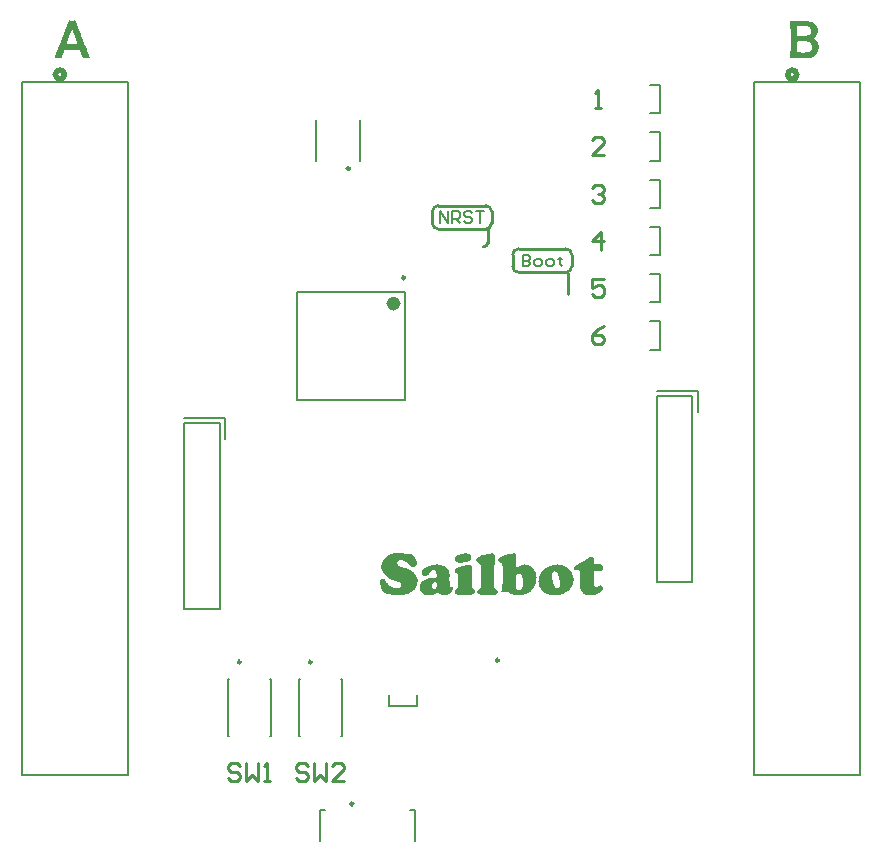
<source format=gbr>
%TF.GenerationSoftware,Altium Limited,Altium Designer,23.3.1 (30)*%
G04 Layer_Color=65535*
%FSLAX45Y45*%
%MOMM*%
%TF.SameCoordinates,5468FEB5-A0EC-45A8-B7CF-D9D5DC2F6AF5*%
%TF.FilePolarity,Positive*%
%TF.FileFunction,Legend,Top*%
%TF.Part,Single*%
G01*
G75*
%TA.AperFunction,NonConductor*%
%ADD40C,0.25400*%
%ADD41C,0.25000*%
%ADD42C,0.50800*%
%ADD43C,0.60000*%
%ADD44C,0.20000*%
%ADD45C,0.15240*%
%ADD46C,0.17500*%
%ADD47C,0.20400*%
G36*
X12674103Y10261919D02*
X12759256D01*
X12762495Y10261456D01*
X12766197D01*
X12770825Y10260993D01*
X12775916Y10260531D01*
X12781469Y10259605D01*
X12793502Y10257754D01*
X12805997Y10254514D01*
X12818030Y10250349D01*
X12829137Y10244333D01*
X12829599Y10243870D01*
X12830525Y10243408D01*
X12832376Y10242019D01*
X12834689Y10240168D01*
X12837004Y10237854D01*
X12839781Y10235077D01*
X12843021Y10231838D01*
X12846260Y10228135D01*
X12849500Y10223970D01*
X12852739Y10218880D01*
X12855516Y10213789D01*
X12857829Y10207773D01*
X12860143Y10201294D01*
X12861995Y10194352D01*
X12862920Y10186485D01*
X12863383Y10178617D01*
Y10178154D01*
Y10175840D01*
X12862920Y10173064D01*
X12862457Y10168899D01*
X12861069Y10164271D01*
X12859682Y10158717D01*
X12857367Y10152701D01*
X12854128Y10146685D01*
X12853664Y10145759D01*
X12852739Y10143908D01*
X12850888Y10141131D01*
X12848111Y10137429D01*
X12844872Y10133264D01*
X12841632Y10129099D01*
X12837466Y10125397D01*
X12832838Y10121694D01*
X12832376D01*
X12831914Y10121231D01*
X12829599Y10119380D01*
X12827284Y10117529D01*
X12826823Y10116604D01*
X12826360Y10116141D01*
Y10115678D01*
X12827284Y10115215D01*
X12829137Y10113827D01*
X12830525Y10112439D01*
X12832838Y10111513D01*
X12833765Y10111050D01*
X12835616Y10109662D01*
X12838855Y10107348D01*
X12842558Y10104571D01*
X12846722Y10100406D01*
X12851350Y10095778D01*
X12855516Y10090225D01*
X12859682Y10083746D01*
X12860143Y10082820D01*
X12861533Y10080506D01*
X12862920Y10076804D01*
X12865234Y10072176D01*
X12867085Y10066622D01*
X12868474Y10060143D01*
X12869862Y10053664D01*
X12870325Y10046260D01*
Y10045797D01*
Y10044409D01*
Y10042558D01*
X12869862Y10039781D01*
X12869398Y10036541D01*
X12868936Y10032376D01*
X12868474Y10028211D01*
X12867548Y10023583D01*
X12864771Y10012939D01*
X12860606Y10001832D01*
X12857829Y9996279D01*
X12854590Y9990262D01*
X12850888Y9985172D01*
X12846722Y9979618D01*
X12846260Y9979156D01*
X12845798Y9978230D01*
X12844409Y9976842D01*
X12842094Y9974990D01*
X12839781Y9972677D01*
X12837004Y9970363D01*
X12833765Y9967586D01*
X12829599Y9964809D01*
X12820805Y9959256D01*
X12809700Y9954628D01*
X12803683Y9952777D01*
X12797667Y9951388D01*
X12790725Y9950463D01*
X12783783Y9950000D01*
X12759718D01*
X12750925Y9950463D01*
X12736116D01*
X12731026Y9950925D01*
X12718068D01*
X12710663Y9951388D01*
X12685672D01*
X12680119Y9950925D01*
X12673640D01*
X12666235Y9950463D01*
X12654666D01*
X12649575Y9950000D01*
X12634303D01*
X12632452Y9950463D01*
X12630601Y9952314D01*
X12630138Y9953239D01*
X12629675Y9955091D01*
Y9955553D01*
Y9956016D01*
Y9957867D01*
Y9959718D01*
Y9962032D01*
Y9965272D01*
Y9968974D01*
X12630138Y9973139D01*
Y9978230D01*
Y9983321D01*
X12630601Y9989337D01*
Y9996279D01*
X12631063Y10003221D01*
Y10011088D01*
X12631526Y10019418D01*
X12631989Y10028211D01*
Y10028674D01*
Y10030525D01*
Y10032839D01*
X12632452Y10036541D01*
Y10040244D01*
X12632915Y10045334D01*
Y10050425D01*
X12633377Y10055978D01*
Y10068011D01*
X12633840Y10080506D01*
X12634303Y10092076D01*
Y10097629D01*
Y10102257D01*
Y10102720D01*
Y10103646D01*
Y10105034D01*
Y10106885D01*
Y10109662D01*
Y10112901D01*
Y10117066D01*
X12633840Y10121694D01*
Y10126785D01*
Y10132338D01*
X12633377Y10138817D01*
Y10145759D01*
X12632915Y10153164D01*
Y10161494D01*
X12632452Y10170287D01*
X12631989Y10179543D01*
Y10180006D01*
Y10181857D01*
Y10184633D01*
X12631526Y10187873D01*
Y10192501D01*
X12631063Y10197129D01*
Y10202682D01*
Y10208698D01*
X12630601Y10221194D01*
X12630138Y10234152D01*
X12629675Y10246647D01*
Y10252200D01*
Y10257291D01*
Y10257754D01*
Y10258217D01*
X12630601Y10260068D01*
X12631989Y10261456D01*
X12633377Y10262382D01*
X12668549D01*
X12674103Y10261919D01*
D02*
G37*
G36*
X6576842Y10267010D02*
X6577767Y10266084D01*
X6578693Y10264696D01*
X6579619Y10262845D01*
X6581007Y10260068D01*
X6581470Y10259142D01*
X6581932Y10258217D01*
X6582395Y10256366D01*
X6583784Y10253589D01*
X6585172Y10249887D01*
X6587023Y10244796D01*
X6589337Y10238317D01*
X6592114Y10230912D01*
X6595816Y10221656D01*
X6597667Y10216566D01*
X6599981Y10210550D01*
X6602295Y10204533D01*
X6605072Y10197591D01*
X6607386Y10190650D01*
X6610625Y10182782D01*
X6613402Y10174915D01*
X6617104Y10166122D01*
X6620344Y10156403D01*
X6624046Y10146685D01*
X6628211Y10136041D01*
X6632376Y10124934D01*
Y10124471D01*
X6633302Y10123083D01*
X6634228Y10120769D01*
X6635153Y10117529D01*
X6636541Y10113827D01*
X6638393Y10109199D01*
X6640244Y10103646D01*
X6642558Y10098092D01*
X6644872Y10091613D01*
X6647648Y10085134D01*
X6653202Y10070325D01*
X6659218Y10055053D01*
X6665234Y10038855D01*
X6671251Y10022658D01*
X6677267Y10006923D01*
X6682820Y9992576D01*
X6685597Y9985635D01*
X6687911Y9979156D01*
X6690225Y9973602D01*
X6692076Y9968049D01*
X6693927Y9963421D01*
X6695316Y9959256D01*
X6696704Y9956016D01*
X6697167Y9953702D01*
X6698092Y9951851D01*
Y9951388D01*
X6697629Y9950925D01*
X6695778Y9950463D01*
X6694390Y9950000D01*
X6677267D01*
X6675416Y9950463D01*
X6660606D01*
X6655053Y9950000D01*
X6642095D01*
X6641632Y9950463D01*
X6639781Y9951851D01*
X6637930Y9954165D01*
X6637004Y9956016D01*
X6635616Y9958330D01*
X6634228Y9960644D01*
X6632839Y9963884D01*
X6631451Y9968049D01*
X6630062Y9972214D01*
X6628211Y9977304D01*
X6626360Y9983321D01*
Y9983783D01*
X6625897Y9984709D01*
X6625435Y9986560D01*
X6624972Y9988411D01*
X6623121Y9993965D01*
X6620344Y10000444D01*
X6617567Y10006460D01*
X6614328Y10012014D01*
X6612939Y10014327D01*
X6611088Y10016179D01*
X6609237Y10017567D01*
X6607386Y10018030D01*
X6488449D01*
X6487524Y10017567D01*
X6485673Y10016179D01*
X6483821Y10013402D01*
X6482433Y10011551D01*
X6481045Y10009237D01*
X6479656Y10006460D01*
X6477805Y10003221D01*
X6476417Y9999055D01*
X6474566Y9994428D01*
X6472715Y9989337D01*
X6470863Y9983321D01*
Y9982858D01*
X6470401Y9981932D01*
X6469938Y9980081D01*
X6469475Y9978230D01*
X6467624Y9972677D01*
X6465310Y9966660D01*
X6462996Y9960644D01*
X6460682Y9955091D01*
X6459294Y9953239D01*
X6458368Y9951388D01*
X6456980Y9950463D01*
X6456054Y9950000D01*
X6405610D01*
X6404222Y9950463D01*
X6402371Y9951388D01*
X6401908Y9953239D01*
Y9953702D01*
X6402371Y9955553D01*
Y9956942D01*
X6403296Y9958793D01*
X6403759Y9961107D01*
X6404685Y9963884D01*
X6460219Y10112439D01*
Y10112901D01*
X6460682Y10113364D01*
X6461145Y10114752D01*
X6462070Y10116604D01*
X6462996Y10119380D01*
X6464384Y10122620D01*
X6466235Y10126785D01*
X6468087Y10132338D01*
X6470863Y10138355D01*
X6473640Y10145759D01*
X6477342Y10154089D01*
X6481045Y10163808D01*
X6485673Y10174915D01*
X6490763Y10187410D01*
X6496317Y10201294D01*
X6502796Y10216566D01*
X6503259Y10217029D01*
X6504184Y10219343D01*
X6505572Y10222582D01*
X6507424Y10227210D01*
X6509738Y10233226D01*
X6512977Y10240631D01*
X6516679Y10248961D01*
X6520382Y10259142D01*
Y10259605D01*
X6520844Y10260531D01*
X6521770Y10263307D01*
X6523621Y10266084D01*
X6525010Y10267010D01*
X6525935Y10267472D01*
X6529175D01*
X6532877Y10267010D01*
X6538430Y10266547D01*
X6539819D01*
X6541207Y10266084D01*
X6543058D01*
X6547223Y10265621D01*
X6554165D01*
X6557868Y10266084D01*
X6563421Y10266547D01*
X6563884D01*
X6564809Y10267010D01*
X6566198D01*
X6568049Y10267472D01*
X6572214Y10267935D01*
X6575916D01*
X6576842Y10267010D01*
D02*
G37*
G36*
X9890022Y5754408D02*
X9895021Y5753852D01*
X9900576Y5752741D01*
X9906131Y5751630D01*
X9912242Y5749408D01*
X9917241Y5746631D01*
X9917797Y5746075D01*
X9919463Y5744964D01*
X9921685Y5743298D01*
X9923907Y5740520D01*
X9926129Y5737743D01*
X9928351Y5733854D01*
X9930018Y5729410D01*
X9930573Y5724411D01*
Y5723300D01*
X9930018Y5721078D01*
X9929462Y5717745D01*
X9928351Y5713301D01*
X9925574Y5708302D01*
X9922241Y5703302D01*
X9917241Y5697747D01*
X9910575Y5693303D01*
X9910020D01*
X9908909Y5692748D01*
X9907242Y5691637D01*
X9905020Y5690526D01*
X9902243Y5688859D01*
X9898354Y5687748D01*
X9894466Y5686082D01*
X9889466Y5684415D01*
X9878356Y5680527D01*
X9865580Y5677749D01*
X9851137Y5675527D01*
X9835028Y5674972D01*
X9832250D01*
X9828917Y5675527D01*
X9824473Y5676083D01*
X9815030Y5678305D01*
X9810030Y5679971D01*
X9805586Y5682193D01*
X9805031Y5682749D01*
X9803364Y5683860D01*
X9800587Y5686082D01*
X9798365Y5688859D01*
X9795587Y5692748D01*
X9792810Y5697192D01*
X9791143Y5702191D01*
X9790588Y5707746D01*
Y5708857D01*
X9791143Y5711634D01*
X9792254Y5715523D01*
X9794476Y5720522D01*
X9798365Y5726077D01*
X9801142Y5728855D01*
X9803920Y5731632D01*
X9807808Y5734410D01*
X9811697Y5737187D01*
X9816696Y5739965D01*
X9822251Y5742187D01*
X9822807D01*
X9823918Y5742742D01*
X9825584Y5743298D01*
X9827806Y5744409D01*
X9833917Y5746075D01*
X9841694Y5748853D01*
X9851137Y5751075D01*
X9861136Y5752741D01*
X9871690Y5754408D01*
X9882245Y5754963D01*
X9886133D01*
X9890022Y5754408D01*
D02*
G37*
G36*
X9318970Y5761629D02*
X9322303D01*
X9330080Y5760518D01*
X9340079Y5758852D01*
X9351744Y5756630D01*
X9365632Y5753852D01*
X9380630Y5749408D01*
X9381741D01*
X9383408Y5748853D01*
X9386185Y5748297D01*
X9388963Y5747742D01*
X9390629D01*
X9391740Y5748297D01*
X9393407Y5748853D01*
X9396184Y5749408D01*
X9399517Y5750519D01*
X9403961Y5752186D01*
X9404517Y5752741D01*
X9406739Y5753297D01*
X9409516Y5753852D01*
X9413405D01*
X9415627Y5753297D01*
X9419515Y5752186D01*
X9423959Y5750519D01*
X9429514Y5747186D01*
X9435625Y5742187D01*
X9438402Y5739409D01*
X9441735Y5735521D01*
X9445623Y5731632D01*
X9448956Y5726633D01*
Y5726077D01*
X9449512Y5725522D01*
X9451734Y5722189D01*
X9455067Y5716634D01*
X9458400Y5709968D01*
X9461733Y5702191D01*
X9465066Y5693859D01*
X9467288Y5684415D01*
X9467843Y5674972D01*
Y5674416D01*
Y5672750D01*
X9467288Y5669972D01*
X9466732Y5666639D01*
X9465621Y5663306D01*
X9463955Y5658862D01*
X9461733Y5654974D01*
X9458955Y5651085D01*
X9458400Y5650530D01*
X9457289Y5649419D01*
X9455622Y5647752D01*
X9453400Y5646086D01*
X9450067Y5644419D01*
X9446734Y5642753D01*
X9442846Y5641642D01*
X9438402Y5641086D01*
X9435069D01*
X9432847Y5641642D01*
X9427292Y5642753D01*
X9421737Y5644975D01*
X9421182D01*
X9420626Y5646086D01*
X9418404Y5647197D01*
X9416182Y5649974D01*
X9412294Y5652752D01*
X9407294Y5657196D01*
X9401184Y5662751D01*
X9393962Y5669417D01*
X9393407Y5669972D01*
X9392851Y5670528D01*
X9391185Y5672194D01*
X9388963Y5673861D01*
X9382852Y5678305D01*
X9375075Y5683860D01*
X9365632Y5689415D01*
X9355633Y5693859D01*
X9344523Y5697192D01*
X9338968Y5697747D01*
X9333413Y5698303D01*
X9331191D01*
X9328413Y5697747D01*
X9325636Y5697192D01*
X9317859Y5695525D01*
X9313970Y5693303D01*
X9310637Y5691081D01*
X9310082Y5690526D01*
X9309526Y5689970D01*
X9307860Y5688304D01*
X9306749Y5686637D01*
X9303416Y5680527D01*
X9302860Y5677194D01*
X9302305Y5673305D01*
Y5672194D01*
X9302860Y5669417D01*
X9304527Y5665528D01*
X9307304Y5660529D01*
X9308971Y5658307D01*
X9311748Y5655529D01*
X9315081Y5652196D01*
X9318970Y5649419D01*
X9323414Y5646641D01*
X9328413Y5644419D01*
X9334524Y5641642D01*
X9341190Y5639420D01*
X9341745D01*
X9343412Y5638864D01*
X9346189Y5637753D01*
X9349522Y5636642D01*
X9353966Y5635531D01*
X9358966Y5634420D01*
X9369520Y5631087D01*
X9381186Y5627199D01*
X9392296Y5623310D01*
X9397295Y5621644D01*
X9401739Y5619977D01*
X9405628Y5618311D01*
X9408961Y5617200D01*
X9409516Y5616644D01*
X9411738Y5615533D01*
X9415071Y5613867D01*
X9418960Y5611089D01*
X9423959Y5607756D01*
X9429514Y5603868D01*
X9435625Y5598868D01*
X9441735Y5593313D01*
X9447290Y5587203D01*
X9453400Y5580537D01*
X9458955Y5572760D01*
X9463955Y5564428D01*
X9467843Y5554984D01*
X9471176Y5545541D01*
X9473398Y5534986D01*
X9473954Y5523876D01*
Y5523321D01*
Y5521654D01*
Y5518877D01*
X9473398Y5514988D01*
X9472843Y5509989D01*
X9471732Y5504989D01*
X9470065Y5498879D01*
X9468399Y5492213D01*
X9466177Y5485547D01*
X9463399Y5478325D01*
X9459511Y5471104D01*
X9455067Y5463327D01*
X9450067Y5456105D01*
X9443957Y5448884D01*
X9437291Y5441662D01*
X9429514Y5434996D01*
X9428959Y5434441D01*
X9427292Y5433330D01*
X9425070Y5431664D01*
X9421182Y5429442D01*
X9416738Y5426664D01*
X9411183Y5423887D01*
X9405072Y5420554D01*
X9397851Y5417776D01*
X9389518Y5414443D01*
X9380630Y5411110D01*
X9370631Y5408333D01*
X9360077Y5405555D01*
X9348967Y5403333D01*
X9336746Y5401667D01*
X9323969Y5400556D01*
X9310637Y5400000D01*
X9301749D01*
X9298417Y5400556D01*
X9289529Y5401111D01*
X9279530Y5401667D01*
X9267864Y5403333D01*
X9255088Y5405000D01*
X9241756Y5407222D01*
X9241200D01*
X9240089Y5407777D01*
X9238423D01*
X9235645Y5408888D01*
X9229535Y5409999D01*
X9221758Y5412221D01*
X9213425Y5414999D01*
X9204537Y5418332D01*
X9196205Y5421665D01*
X9189539Y5425553D01*
X9188983Y5426109D01*
X9187317Y5427220D01*
X9185095Y5429442D01*
X9182317Y5433330D01*
X9178984Y5437774D01*
X9175096Y5443884D01*
X9171207Y5451661D01*
X9167319Y5461105D01*
Y5461660D01*
X9166763Y5462216D01*
X9166208Y5463882D01*
X9165652Y5466104D01*
X9163986Y5471104D01*
X9162319Y5478325D01*
X9160653Y5486658D01*
X9158987Y5495546D01*
X9157876Y5504989D01*
X9157320Y5514988D01*
Y5515544D01*
Y5517210D01*
X9157876Y5519432D01*
Y5522210D01*
X9159542Y5528320D01*
X9162875Y5533875D01*
X9163430Y5534431D01*
X9163986Y5534986D01*
X9167319Y5537764D01*
X9172318Y5540541D01*
X9175651Y5541097D01*
X9178984Y5541652D01*
X9180651D01*
X9182317Y5541097D01*
X9185095Y5540541D01*
X9187872Y5539430D01*
X9190650Y5537208D01*
X9193983Y5534986D01*
X9197316Y5531653D01*
X9197871Y5531098D01*
X9198427Y5530542D01*
X9200093Y5528320D01*
X9202871Y5524987D01*
X9206204Y5520543D01*
X9210648Y5513877D01*
X9216203Y5506100D01*
X9219536Y5501101D01*
X9222869Y5495546D01*
X9223424Y5494990D01*
X9224535Y5493324D01*
X9226757Y5490546D01*
X9230090Y5487213D01*
X9234534Y5483880D01*
X9239534Y5479992D01*
X9245644Y5476103D01*
X9252866Y5472215D01*
X9253977Y5471659D01*
X9256199Y5470548D01*
X9260643Y5469437D01*
X9265642Y5467771D01*
X9272308Y5465549D01*
X9279530Y5464438D01*
X9287307Y5463327D01*
X9295084Y5462771D01*
X9298417D01*
X9301749Y5463327D01*
X9306193Y5463882D01*
X9316192Y5465549D01*
X9321192Y5467215D01*
X9325636Y5469437D01*
X9326191Y5469993D01*
X9327302Y5470548D01*
X9329524Y5472215D01*
X9331746Y5474437D01*
X9333968Y5477214D01*
X9336190Y5479992D01*
X9337301Y5483880D01*
X9337857Y5487769D01*
Y5488324D01*
Y5489435D01*
X9337301Y5491102D01*
X9336746Y5493879D01*
X9335635Y5496657D01*
X9333968Y5499434D01*
X9331746Y5502212D01*
X9328413Y5504989D01*
X9327858Y5505545D01*
X9326747Y5506100D01*
X9324525Y5507767D01*
X9321192Y5509433D01*
X9317303Y5511655D01*
X9312304Y5513877D01*
X9305638Y5516655D01*
X9298417Y5518877D01*
X9297861D01*
X9296750Y5519432D01*
X9295084Y5519988D01*
X9292306Y5521099D01*
X9285640Y5523321D01*
X9277863Y5526098D01*
X9268420Y5529431D01*
X9259532Y5532764D01*
X9250088Y5536653D01*
X9242311Y5539986D01*
X9241756Y5540541D01*
X9238978Y5541652D01*
X9235645Y5543874D01*
X9230646Y5546652D01*
X9225646Y5550540D01*
X9219536Y5554429D01*
X9207315Y5564428D01*
X9206759Y5564983D01*
X9205648Y5566094D01*
X9203426Y5567761D01*
X9201204Y5570538D01*
X9197871Y5573871D01*
X9194538Y5578315D01*
X9190650Y5582759D01*
X9187317Y5587758D01*
X9179540Y5599979D01*
X9172874Y5613867D01*
X9170652Y5621088D01*
X9168430Y5628865D01*
X9167319Y5637198D01*
X9166763Y5645530D01*
Y5646641D01*
Y5649419D01*
X9167319Y5653863D01*
X9167874Y5659418D01*
X9169541Y5666084D01*
X9171207Y5673861D01*
X9173985Y5681638D01*
X9177318Y5689415D01*
X9177873Y5690526D01*
X9179540Y5692748D01*
X9181762Y5697192D01*
X9185095Y5702191D01*
X9188983Y5707746D01*
X9193983Y5713856D01*
X9200093Y5719967D01*
X9206759Y5726077D01*
X9207315Y5726633D01*
X9208981Y5727744D01*
X9211203Y5729410D01*
X9214536Y5731632D01*
X9218425Y5734410D01*
X9223424Y5737743D01*
X9229535Y5740520D01*
X9236201Y5744409D01*
X9243422Y5747742D01*
X9251199Y5750519D01*
X9260087Y5753852D01*
X9268975Y5756630D01*
X9278974Y5758852D01*
X9289529Y5760518D01*
X9300083Y5761629D01*
X9311748Y5762185D01*
X9316748D01*
X9318970Y5761629D01*
D02*
G37*
G36*
X10112777Y5754963D02*
X10115554Y5754408D01*
X10119443Y5752186D01*
X10123331Y5749408D01*
X10126109Y5744964D01*
X10128331Y5738854D01*
X10129442Y5734965D01*
Y5730521D01*
Y5729966D01*
Y5728855D01*
Y5726077D01*
Y5722744D01*
X10128886Y5717745D01*
X10128331Y5711079D01*
X10127775Y5702747D01*
X10127220Y5692748D01*
Y5692192D01*
Y5690526D01*
X10126664Y5688304D01*
Y5684971D01*
Y5681082D01*
X10126109Y5676083D01*
Y5671083D01*
X10125553Y5664973D01*
X10124998Y5652196D01*
X10124442Y5638309D01*
X10123887Y5623310D01*
X10123331Y5608867D01*
Y5527209D01*
Y5526654D01*
Y5524987D01*
Y5522210D01*
Y5518321D01*
Y5514433D01*
Y5509433D01*
Y5498879D01*
X10123887Y5487769D01*
Y5477214D01*
X10124442Y5472770D01*
Y5468882D01*
X10124998Y5465549D01*
Y5463327D01*
Y5462771D01*
X10125553Y5461660D01*
X10127220Y5458327D01*
X10128886Y5456105D01*
X10131108Y5453883D01*
X10133885Y5451661D01*
X10137218Y5449995D01*
X10137774D01*
X10138885Y5449439D01*
X10142218Y5447217D01*
X10146662Y5444440D01*
X10148328Y5443329D01*
X10149995Y5441662D01*
X10150550Y5441107D01*
X10151661Y5439440D01*
X10152772Y5436107D01*
X10153328Y5432219D01*
Y5431664D01*
Y5430553D01*
X10152772Y5428886D01*
Y5426664D01*
X10150550Y5421665D01*
X10149439Y5418887D01*
X10147217Y5416110D01*
X10146106Y5414999D01*
X10142773Y5412221D01*
X10137774Y5409444D01*
X10131108Y5406666D01*
X10129997D01*
X10127775Y5406111D01*
X10122776Y5405000D01*
X10116665Y5404444D01*
X10107777Y5403333D01*
X10097223Y5402222D01*
X10091112D01*
X10084446Y5401667D01*
X10057227D01*
X10052783Y5402222D01*
X10042228Y5402778D01*
X10030563Y5403333D01*
X10019453Y5405000D01*
X10008898Y5406666D01*
X10003899Y5407777D01*
X10000010Y5408888D01*
X9999455D01*
X9998344Y5409444D01*
X9996677Y5410555D01*
X9994455Y5411666D01*
X9989456Y5414443D01*
X9984457Y5418887D01*
Y5419443D01*
X9983346Y5419998D01*
X9981679Y5423331D01*
X9980013Y5428331D01*
X9978902Y5433885D01*
Y5434441D01*
Y5434996D01*
X9979457Y5437218D01*
X9980568Y5440551D01*
X9982235Y5443329D01*
X9982790Y5443884D01*
X9985012Y5445551D01*
X9987234Y5446662D01*
X9989456Y5447773D01*
X9992789Y5449439D01*
X9996122Y5451106D01*
X9996677D01*
X9997788Y5452217D01*
X9999455Y5453328D01*
X10001677Y5455550D01*
X10003343Y5458883D01*
X10005565Y5463327D01*
X10007232Y5468326D01*
X10008343Y5474992D01*
Y5475548D01*
Y5476659D01*
X10008898Y5478325D01*
Y5481103D01*
X10009454Y5484436D01*
Y5488880D01*
X10010009Y5493879D01*
X10010565Y5499434D01*
Y5505545D01*
X10011120Y5512766D01*
Y5520543D01*
X10011676Y5528876D01*
Y5537764D01*
X10012231Y5547763D01*
Y5558317D01*
Y5569427D01*
Y5569983D01*
Y5572205D01*
Y5575537D01*
Y5579426D01*
Y5584425D01*
Y5589980D01*
X10011676Y5602757D01*
Y5616089D01*
X10011120Y5629421D01*
X10010565Y5635531D01*
X10010009Y5641086D01*
X10009454Y5645530D01*
X10008898Y5649419D01*
Y5649974D01*
X10008343Y5652196D01*
X10007232Y5655529D01*
X10005565Y5659418D01*
X10003343Y5663862D01*
X10000010Y5668306D01*
X9996122Y5672750D01*
X9991123Y5676083D01*
X9990567Y5676638D01*
X9989456Y5677194D01*
X9987790Y5678305D01*
X9985568Y5679971D01*
X9980568Y5683860D01*
X9977791Y5685526D01*
X9976124Y5687748D01*
X9975569Y5688859D01*
X9974458Y5691637D01*
X9972791Y5695525D01*
X9972236Y5701080D01*
Y5701636D01*
Y5703302D01*
X9972791Y5705524D01*
X9973902Y5708857D01*
X9975013Y5712190D01*
X9977235Y5715523D01*
X9980013Y5719411D01*
X9983901Y5722744D01*
X9984457Y5723300D01*
X9986123Y5724411D01*
X9989456Y5726077D01*
X9993345Y5728299D01*
X9998899Y5731077D01*
X10005565Y5734410D01*
X10013342Y5737187D01*
X10022786Y5740520D01*
X10023897D01*
X10026119Y5741631D01*
X10030007Y5742187D01*
X10035007Y5743853D01*
X10041673Y5744964D01*
X10049450Y5746631D01*
X10058338Y5748853D01*
X10068337Y5750519D01*
X10069448D01*
X10072781Y5751075D01*
X10077780Y5752186D01*
X10083891Y5753297D01*
X10091112Y5753852D01*
X10097778Y5754963D01*
X10103889Y5755519D01*
X10110555D01*
X10112777Y5754963D01*
D02*
G37*
G36*
X9922796Y5658307D02*
X9925574Y5657196D01*
X9928351Y5654974D01*
X9930573Y5652196D01*
X9932240Y5648308D01*
X9932795Y5643308D01*
Y5494990D01*
Y5494435D01*
Y5492213D01*
Y5488880D01*
X9933351Y5484991D01*
X9933906Y5476659D01*
X9934462Y5472215D01*
X9935573Y5468882D01*
Y5468326D01*
X9936128Y5467771D01*
X9938350Y5463882D01*
X9942794Y5458883D01*
X9945572Y5456661D01*
X9948905Y5453883D01*
X9949460D01*
X9950016Y5452772D01*
X9953349Y5450550D01*
X9956682Y5447773D01*
X9959459Y5444440D01*
X9960015Y5443884D01*
X9961126Y5441662D01*
X9961681Y5438329D01*
X9962237Y5434441D01*
Y5433885D01*
Y5432775D01*
X9961681Y5431664D01*
X9961126Y5429442D01*
X9959459Y5426664D01*
X9957793Y5423887D01*
X9955015Y5421109D01*
X9951682Y5418332D01*
X9947238Y5414999D01*
X9941683Y5412221D01*
X9935017Y5409444D01*
X9926685Y5406666D01*
X9917241Y5404444D01*
X9906131Y5403333D01*
X9893355Y5402222D01*
X9878356Y5401667D01*
X9867246D01*
X9862802Y5402222D01*
X9852804Y5402778D01*
X9841138Y5403333D01*
X9829473Y5404444D01*
X9817807Y5406111D01*
X9807253Y5408333D01*
X9806697D01*
X9805586Y5408888D01*
X9802253Y5410555D01*
X9797254Y5413332D01*
X9792810Y5417221D01*
Y5417776D01*
X9791699Y5418332D01*
X9790032Y5421665D01*
X9788366Y5426109D01*
X9787255Y5432219D01*
Y5432775D01*
Y5433330D01*
X9787810Y5436107D01*
X9788366Y5439440D01*
X9790032Y5442773D01*
X9790588Y5443329D01*
X9792810Y5445551D01*
X9795032Y5447217D01*
X9797254Y5449439D01*
X9800587Y5452217D01*
X9804475Y5454994D01*
X9805031Y5455550D01*
X9805586Y5456105D01*
X9807253Y5457216D01*
X9808919Y5459438D01*
X9810586Y5462216D01*
X9812252Y5465549D01*
X9813919Y5469437D01*
X9815585Y5473881D01*
Y5474437D01*
X9816141Y5476659D01*
X9816696Y5479436D01*
X9817252Y5483880D01*
X9817807Y5489435D01*
X9818363Y5496657D01*
X9818918Y5504434D01*
Y5513877D01*
Y5514433D01*
Y5515544D01*
Y5517766D01*
Y5521099D01*
Y5524987D01*
X9818363Y5530542D01*
Y5537208D01*
X9817807Y5544985D01*
Y5546096D01*
Y5548874D01*
X9817252Y5552762D01*
Y5557206D01*
X9816696Y5561650D01*
Y5566094D01*
X9816141Y5569983D01*
Y5572205D01*
Y5572760D01*
X9815585Y5573871D01*
X9815030Y5576093D01*
X9813919Y5578315D01*
X9811697Y5580537D01*
X9809475Y5583314D01*
X9806142Y5586092D01*
X9801698Y5588314D01*
X9801142Y5588869D01*
X9799476Y5589425D01*
X9796698Y5591091D01*
X9793921Y5593313D01*
X9791143Y5596091D01*
X9788366Y5599979D01*
X9786699Y5603868D01*
X9786144Y5608867D01*
Y5609423D01*
X9786699Y5611645D01*
X9787255Y5614422D01*
X9788921Y5617755D01*
X9791143Y5621644D01*
X9795032Y5625532D01*
X9800031Y5629421D01*
X9806697Y5632754D01*
X9807253D01*
X9807808Y5633309D01*
X9809475Y5633865D01*
X9811697Y5634420D01*
X9817252Y5636642D01*
X9825029Y5639420D01*
X9833917Y5642197D01*
X9844471Y5644975D01*
X9855581Y5648308D01*
X9867802Y5651085D01*
X9868357D01*
X9869468Y5651641D01*
X9871135D01*
X9873357Y5652196D01*
X9878912Y5653307D01*
X9886689Y5654974D01*
X9894466Y5656640D01*
X9902798Y5657751D01*
X9911131Y5658307D01*
X9918352Y5658862D01*
X9920574D01*
X9922796Y5658307D01*
D02*
G37*
G36*
X10958245Y5721633D02*
X10961022Y5721078D01*
X10963244Y5719411D01*
X10963800Y5718856D01*
X10964355Y5717189D01*
X10964911Y5713301D01*
X10965466Y5711079D01*
Y5707746D01*
Y5673305D01*
Y5672750D01*
Y5672194D01*
X10966022Y5669417D01*
X10966577Y5666084D01*
X10967688Y5663306D01*
X10968243Y5662751D01*
X10969910Y5662195D01*
X10973243Y5661640D01*
X10978242Y5661084D01*
X11027126D01*
X11030459Y5660529D01*
X11034348Y5659973D01*
X11036570Y5658862D01*
X11037681Y5657751D01*
X11038236Y5657196D01*
X11039347Y5654418D01*
Y5652752D01*
X11039903Y5649974D01*
X11040458Y5646641D01*
Y5642753D01*
Y5627754D01*
Y5627199D01*
Y5625532D01*
Y5623866D01*
X11039903Y5621088D01*
X11039347Y5615533D01*
X11038236Y5612756D01*
X11037125Y5610534D01*
X11036570Y5609978D01*
X11034348Y5608312D01*
X11030459Y5606645D01*
X11027682Y5606090D01*
X10976576D01*
X10973798Y5605534D01*
X10970465Y5604979D01*
X10967688Y5603312D01*
X10967132Y5602757D01*
X10966577Y5601090D01*
X10966022Y5598313D01*
X10965466Y5593869D01*
Y5507767D01*
Y5507211D01*
Y5504989D01*
X10966022Y5502212D01*
X10966577Y5498879D01*
X10968799Y5490546D01*
X10970465Y5486102D01*
X10972687Y5482214D01*
X10973243Y5481658D01*
X10974354Y5480547D01*
X10976020Y5479436D01*
X10978242Y5477770D01*
X10984353Y5474437D01*
X10987686Y5473326D01*
X10992130Y5472770D01*
X10993796D01*
X10996018Y5473326D01*
X10999351Y5473881D01*
X11003240Y5474992D01*
X11007684Y5476659D01*
X11012683Y5478881D01*
X11018794Y5482214D01*
X11019349Y5482769D01*
X11021016Y5483325D01*
X11023793Y5483880D01*
X11026571Y5484436D01*
X11027682D01*
X11030459Y5483325D01*
X11033792Y5481103D01*
X11036014Y5479436D01*
X11037681Y5476659D01*
Y5476103D01*
X11038236Y5475548D01*
X11040458Y5472215D01*
X11042125Y5466660D01*
X11042680Y5460549D01*
Y5459994D01*
Y5457772D01*
X11041569Y5454994D01*
X11040458Y5451106D01*
X11038236Y5446662D01*
X11035459Y5441107D01*
X11031015Y5436107D01*
X11025460Y5430553D01*
X11024904Y5429997D01*
X11023793Y5429442D01*
X11021571Y5427775D01*
X11018794Y5425553D01*
X11015461Y5423331D01*
X11011572Y5421109D01*
X11006573Y5418332D01*
X11001018Y5415554D01*
X10994907Y5412221D01*
X10988241Y5409444D01*
X10973243Y5405000D01*
X10956578Y5401111D01*
X10947135Y5400556D01*
X10937691Y5400000D01*
X10933803D01*
X10931025Y5400556D01*
X10927137D01*
X10923248Y5401111D01*
X10913805Y5402778D01*
X10903250Y5405555D01*
X10892696Y5409444D01*
X10881586Y5414999D01*
X10871587Y5422776D01*
Y5423331D01*
X10870476Y5423887D01*
X10867698Y5427220D01*
X10863810Y5432219D01*
X10859366Y5438885D01*
X10854922Y5447773D01*
X10851033Y5457772D01*
X10848256Y5469993D01*
X10847700Y5476659D01*
X10847145Y5483325D01*
Y5601646D01*
Y5602757D01*
Y5604423D01*
X10846589Y5607201D01*
X10845478Y5608867D01*
Y5609423D01*
X10844367Y5609978D01*
X10842145Y5610534D01*
X10811038D01*
X10808260Y5611089D01*
X10804927Y5611645D01*
X10803816Y5612200D01*
X10802705Y5612756D01*
Y5613311D01*
X10802150Y5614978D01*
X10801594Y5618311D01*
X10801039Y5621088D01*
Y5623866D01*
Y5635531D01*
Y5636087D01*
Y5636642D01*
X10802150Y5639420D01*
X10803816Y5643308D01*
X10806594Y5646641D01*
X10923248Y5719967D01*
X10923804Y5720522D01*
X10926581Y5721078D01*
X10929914Y5721633D01*
X10934358Y5722189D01*
X10956023D01*
X10958245Y5721633D01*
D02*
G37*
G36*
X10664942Y5660529D02*
X10668830D01*
X10673830Y5659973D01*
X10678829Y5658862D01*
X10684940Y5658307D01*
X10697716Y5654974D01*
X10711048Y5650530D01*
X10725491Y5644975D01*
X10732157Y5641086D01*
X10738823Y5636642D01*
X10739378D01*
X10739934Y5636087D01*
X10743267Y5633309D01*
X10747711Y5629976D01*
X10753266Y5624421D01*
X10759932Y5618311D01*
X10766598Y5610534D01*
X10773264Y5601646D01*
X10779374Y5591647D01*
Y5591091D01*
X10779930Y5590536D01*
X10781041Y5588869D01*
X10782152Y5586647D01*
X10784374Y5581092D01*
X10787707Y5573315D01*
X10790484Y5564428D01*
X10793262Y5553873D01*
X10794928Y5542763D01*
X10795484Y5531098D01*
Y5530542D01*
Y5528876D01*
X10794928Y5525543D01*
Y5521654D01*
X10793817Y5517210D01*
X10792706Y5511655D01*
X10791040Y5504989D01*
X10789373Y5498323D01*
X10786596Y5491102D01*
X10783263Y5483880D01*
X10778819Y5475548D01*
X10773819Y5467771D01*
X10768264Y5459994D01*
X10761043Y5451661D01*
X10753266Y5443884D01*
X10744378Y5436663D01*
X10743822Y5436107D01*
X10742156Y5434996D01*
X10739378Y5433330D01*
X10736045Y5431108D01*
X10731046Y5428331D01*
X10726046Y5424998D01*
X10719380Y5421665D01*
X10712159Y5418332D01*
X10704382Y5414999D01*
X10696049Y5411666D01*
X10686606Y5408333D01*
X10677163Y5405555D01*
X10666608Y5403333D01*
X10656054Y5401667D01*
X10644944Y5400556D01*
X10633278Y5400000D01*
X10627168D01*
X10623279Y5400556D01*
X10617724Y5401111D01*
X10612169Y5401667D01*
X10605503Y5402778D01*
X10598282Y5404444D01*
X10582172Y5408333D01*
X10573840Y5411110D01*
X10566063Y5414443D01*
X10557730Y5418332D01*
X10549398Y5423331D01*
X10541621Y5428331D01*
X10534400Y5434441D01*
X10533844Y5434996D01*
X10532733Y5436107D01*
X10531067Y5437774D01*
X10528845Y5440551D01*
X10526067Y5443884D01*
X10522734Y5447773D01*
X10519401Y5452772D01*
X10516068Y5457772D01*
X10512735Y5463882D01*
X10509402Y5470548D01*
X10506069Y5477770D01*
X10503292Y5485547D01*
X10501070Y5493879D01*
X10499403Y5502767D01*
X10498292Y5512211D01*
X10497737Y5522210D01*
Y5522765D01*
Y5524987D01*
X10498292Y5527765D01*
Y5532209D01*
X10499403Y5537208D01*
X10499959Y5543319D01*
X10501625Y5549985D01*
X10503292Y5557206D01*
X10505514Y5564428D01*
X10508847Y5572760D01*
X10512180Y5580537D01*
X10516624Y5588869D01*
X10521623Y5597202D01*
X10527734Y5605534D01*
X10534955Y5613311D01*
X10542732Y5620533D01*
X10543288Y5621088D01*
X10544954Y5622199D01*
X10547732Y5624421D01*
X10551064Y5626643D01*
X10555508Y5629976D01*
X10561063Y5633309D01*
X10567729Y5637198D01*
X10574951Y5641086D01*
X10582728Y5644419D01*
X10591616Y5648308D01*
X10601059Y5651641D01*
X10611058Y5654974D01*
X10621613Y5657196D01*
X10632723Y5659418D01*
X10644944Y5660529D01*
X10657165Y5661084D01*
X10661609D01*
X10664942Y5660529D01*
D02*
G37*
G36*
X10298313Y5754408D02*
X10300535Y5753297D01*
X10303312Y5751075D01*
X10305534Y5748853D01*
X10306645Y5744964D01*
X10307201Y5739965D01*
X10303868Y5639975D01*
Y5639420D01*
Y5638309D01*
Y5634420D01*
Y5633865D01*
X10304423Y5632198D01*
X10305534Y5629976D01*
X10307201Y5629421D01*
X10307756D01*
X10309423Y5630532D01*
X10312200Y5632198D01*
X10314978Y5633865D01*
X10317755Y5636087D01*
X10318311Y5636642D01*
X10318866Y5637198D01*
X10320533Y5638309D01*
X10322755Y5639975D01*
X10325532Y5641642D01*
X10328865Y5643864D01*
X10337198Y5648863D01*
X10346641Y5653307D01*
X10357751Y5657196D01*
X10369972Y5659973D01*
X10376638Y5661084D01*
X10386637D01*
X10389415Y5660529D01*
X10392748D01*
X10396081Y5659973D01*
X10404969Y5657751D01*
X10414412Y5654974D01*
X10425522Y5649974D01*
X10436076Y5643864D01*
X10441631Y5639420D01*
X10446631Y5634976D01*
X10447186Y5634420D01*
X10448297Y5633309D01*
X10449964Y5631643D01*
X10452186Y5629421D01*
X10454408Y5626088D01*
X10457741Y5622199D01*
X10460518Y5617755D01*
X10463851Y5612200D01*
X10467184Y5606645D01*
X10469962Y5599979D01*
X10473295Y5593313D01*
X10475517Y5585536D01*
X10477739Y5577759D01*
X10479405Y5569427D01*
X10480516Y5559984D01*
X10481072Y5550540D01*
Y5549985D01*
Y5547207D01*
X10480516Y5543319D01*
X10479961Y5538319D01*
X10479405Y5532209D01*
X10478294Y5524432D01*
X10476628Y5516655D01*
X10474406Y5507767D01*
X10471073Y5498323D01*
X10467740Y5488880D01*
X10463296Y5478881D01*
X10457741Y5468882D01*
X10451075Y5458883D01*
X10443853Y5449439D01*
X10435521Y5440551D01*
X10425522Y5431664D01*
X10424966Y5431108D01*
X10423855Y5430553D01*
X10421633Y5428886D01*
X10418300Y5426664D01*
X10414412Y5424442D01*
X10409968Y5421665D01*
X10404969Y5418887D01*
X10398858Y5416110D01*
X10392192Y5412777D01*
X10384971Y5409999D01*
X10368861Y5405000D01*
X10360529Y5402778D01*
X10351085Y5401111D01*
X10341642Y5400556D01*
X10331643Y5400000D01*
X10327199D01*
X10322199Y5400556D01*
X10316089Y5401111D01*
X10308312Y5401667D01*
X10300535Y5402778D01*
X10292202Y5404444D01*
X10283870Y5406666D01*
X10282759Y5407222D01*
X10279981Y5407777D01*
X10276093Y5409444D01*
X10269983Y5411666D01*
X10263317Y5414999D01*
X10255540Y5418887D01*
X10246652Y5423887D01*
X10237208Y5429442D01*
X10236653Y5429997D01*
X10234986Y5430553D01*
X10232764Y5431108D01*
X10231098Y5431664D01*
X10229431D01*
X10228320Y5431108D01*
X10226098Y5430553D01*
X10223321Y5429442D01*
X10219988Y5428331D01*
X10215544Y5426664D01*
X10214988D01*
X10214433Y5426109D01*
X10211100Y5425553D01*
X10206100Y5424998D01*
X10199990Y5424442D01*
X10197768D01*
X10194990Y5424998D01*
X10192213Y5425553D01*
X10188880Y5426664D01*
X10186658Y5428886D01*
X10184436Y5431108D01*
X10183880Y5434441D01*
Y5434996D01*
Y5436663D01*
X10184436Y5438885D01*
X10184991Y5442218D01*
Y5442773D01*
X10186102Y5444995D01*
X10186658Y5448884D01*
X10187769Y5453883D01*
X10189435Y5459438D01*
X10190546Y5466660D01*
X10191657Y5474437D01*
X10192213Y5483325D01*
Y5483880D01*
Y5484436D01*
Y5486102D01*
X10192768Y5487769D01*
Y5490546D01*
Y5493879D01*
Y5497768D01*
X10193324Y5502212D01*
Y5507211D01*
Y5513322D01*
Y5519432D01*
X10193879Y5526654D01*
Y5533875D01*
Y5542208D01*
Y5551651D01*
Y5561095D01*
Y5631643D01*
Y5632198D01*
Y5632754D01*
Y5636087D01*
Y5640531D01*
Y5645530D01*
X10193324Y5651085D01*
X10192768Y5656640D01*
X10192213Y5661084D01*
X10191657Y5664417D01*
Y5664973D01*
X10191102Y5665528D01*
X10189435Y5668306D01*
X10188324Y5669972D01*
X10186102Y5671639D01*
X10183880Y5673305D01*
X10180547Y5674972D01*
X10179992D01*
X10178325Y5676083D01*
X10176103Y5677194D01*
X10173326Y5678305D01*
X10167215Y5682193D01*
X10164438Y5683860D01*
X10162216Y5686082D01*
X10161660Y5687193D01*
X10159994Y5689970D01*
X10157772Y5694414D01*
X10157216Y5699969D01*
Y5700525D01*
X10157772Y5702747D01*
X10158883Y5706080D01*
X10161660Y5710524D01*
X10166104Y5715523D01*
X10168882Y5718300D01*
X10172215Y5721078D01*
X10176659Y5724411D01*
X10181658Y5727188D01*
X10187213Y5730521D01*
X10193324Y5733299D01*
X10194435Y5733854D01*
X10196657Y5734965D01*
X10201101Y5736632D01*
X10207211Y5738298D01*
X10214433Y5741076D01*
X10222765Y5743298D01*
X10232209Y5746075D01*
X10242763Y5748297D01*
X10243319D01*
X10243874Y5748853D01*
X10245541D01*
X10247763Y5749408D01*
X10253318Y5750519D01*
X10260539Y5751630D01*
X10268316Y5752741D01*
X10277204Y5753852D01*
X10285536Y5754963D01*
X10296091D01*
X10298313Y5754408D01*
D02*
G37*
G36*
X9647269Y5660529D02*
X9651158D01*
X9655602Y5659973D01*
X9666156Y5658307D01*
X9677822Y5655529D01*
X9690598Y5651641D01*
X9702819Y5646086D01*
X9715040Y5638864D01*
X9715596Y5638309D01*
X9717817Y5636642D01*
X9720595Y5634420D01*
X9723928Y5631087D01*
X9727816Y5626643D01*
X9731705Y5622199D01*
X9735038Y5616644D01*
X9737815Y5611089D01*
X9738371Y5610534D01*
X9738926Y5608312D01*
X9740037Y5604979D01*
X9741148Y5599979D01*
X9742259Y5593869D01*
X9743370Y5586647D01*
X9744481Y5578315D01*
Y5568872D01*
X9743926Y5530542D01*
Y5529987D01*
Y5528876D01*
Y5526654D01*
Y5524432D01*
X9744481Y5517210D01*
Y5509433D01*
X9745037Y5500545D01*
X9746148Y5492213D01*
X9747814Y5484991D01*
X9748370Y5482214D01*
X9749481Y5479436D01*
X9750036Y5478325D01*
X9751147Y5476103D01*
X9752814Y5473326D01*
X9755036Y5471659D01*
X9755591D01*
X9757258Y5471104D01*
X9760591Y5470548D01*
X9765590Y5469437D01*
X9766146D01*
X9766701Y5468882D01*
X9770034Y5467215D01*
X9771145Y5466104D01*
X9772812Y5463882D01*
X9773367Y5461660D01*
X9773923Y5458327D01*
Y5457772D01*
Y5456105D01*
X9773367Y5453883D01*
X9772812Y5450550D01*
X9771701Y5446662D01*
X9769479Y5442218D01*
X9767257Y5437774D01*
X9763924Y5432775D01*
X9763368Y5432219D01*
X9762257Y5430553D01*
X9760035Y5428331D01*
X9757258Y5424998D01*
X9753925Y5421665D01*
X9749481Y5417776D01*
X9744481Y5413888D01*
X9738926Y5410555D01*
X9737815Y5409999D01*
X9735593Y5408888D01*
X9731705Y5407222D01*
X9726705Y5405555D01*
X9720595Y5403333D01*
X9713374Y5401667D01*
X9706152Y5400556D01*
X9698375Y5400000D01*
X9697264D01*
X9693931Y5400556D01*
X9688932Y5401111D01*
X9683377Y5402222D01*
X9676155Y5404444D01*
X9669489Y5407777D01*
X9662268Y5411666D01*
X9656157Y5417776D01*
Y5418332D01*
X9655046Y5418887D01*
X9652824Y5421109D01*
X9649491Y5423331D01*
X9647825Y5424442D01*
X9645047D01*
X9642825Y5423887D01*
X9638381Y5421665D01*
X9635604Y5420554D01*
X9632826Y5418332D01*
X9631715Y5417776D01*
X9628382Y5415554D01*
X9622827Y5412777D01*
X9616161Y5409444D01*
X9607273Y5405555D01*
X9597274Y5402778D01*
X9586164Y5400556D01*
X9574499Y5400000D01*
X9568944D01*
X9562834Y5400556D01*
X9555057Y5401667D01*
X9546724Y5403333D01*
X9537836Y5406111D01*
X9528948Y5409444D01*
X9520616Y5413888D01*
X9520060Y5414443D01*
X9518394Y5415554D01*
X9515616Y5417776D01*
X9512839Y5420554D01*
X9509506Y5423887D01*
X9505617Y5428331D01*
X9502284Y5432775D01*
X9498951Y5438329D01*
X9498396Y5438885D01*
X9497840Y5441107D01*
X9496729Y5443884D01*
X9495063Y5448328D01*
X9493396Y5452772D01*
X9492285Y5458327D01*
X9491730Y5463882D01*
X9491174Y5469993D01*
Y5470548D01*
Y5471104D01*
X9491730Y5474437D01*
X9492285Y5479436D01*
X9493952Y5486102D01*
X9496729Y5493324D01*
X9500062Y5501101D01*
X9505617Y5509433D01*
X9512839Y5517210D01*
X9513394Y5517766D01*
X9514505Y5518877D01*
X9516172Y5519988D01*
X9518949Y5522210D01*
X9522838Y5524987D01*
X9526726Y5527209D01*
X9531726Y5530542D01*
X9537836Y5533320D01*
X9544502Y5536653D01*
X9551724Y5539430D01*
X9560056Y5542208D01*
X9568944Y5544430D01*
X9578943Y5546652D01*
X9589497Y5548318D01*
X9600607Y5549429D01*
X9612828Y5549985D01*
X9617828D01*
X9620605Y5550540D01*
X9626716Y5551096D01*
X9629493Y5551651D01*
X9631160Y5552762D01*
X9631715Y5553318D01*
X9633382Y5555540D01*
X9633937Y5557206D01*
X9634493Y5559428D01*
X9635048Y5562761D01*
Y5566094D01*
Y5566650D01*
Y5567205D01*
Y5570538D01*
Y5575537D01*
X9634493Y5581092D01*
X9633937Y5587758D01*
X9632826Y5594424D01*
X9631160Y5600535D01*
X9629493Y5605534D01*
Y5606090D01*
X9628382Y5607201D01*
X9627271Y5609423D01*
X9625049Y5611645D01*
X9622827Y5613867D01*
X9619494Y5616089D01*
X9615606Y5617200D01*
X9611162Y5617755D01*
X9610051D01*
X9606718Y5617200D01*
X9602274Y5615533D01*
X9597274Y5612756D01*
X9596163Y5611645D01*
X9595052Y5610534D01*
X9593386Y5608867D01*
X9591164Y5606645D01*
X9588942Y5603868D01*
X9586164Y5600535D01*
X9582831Y5596091D01*
Y5595535D01*
X9581720Y5594980D01*
X9580609Y5593313D01*
X9578943Y5591091D01*
X9574499Y5586092D01*
X9568389Y5579981D01*
X9561167Y5573871D01*
X9552835Y5568872D01*
X9548946Y5566650D01*
X9544502Y5565539D01*
X9539503Y5564428D01*
X9535059Y5563872D01*
X9532837D01*
X9530615Y5564428D01*
X9527837Y5564983D01*
X9521171Y5567205D01*
X9517838Y5568872D01*
X9514505Y5571094D01*
X9513950Y5571649D01*
X9513394Y5572760D01*
X9512283Y5574426D01*
X9510617Y5576648D01*
X9507839Y5582759D01*
X9507284Y5586092D01*
X9506728Y5590536D01*
Y5591091D01*
Y5592758D01*
X9507284Y5594980D01*
X9507839Y5598313D01*
X9508950Y5601646D01*
X9510617Y5606090D01*
X9512839Y5610534D01*
X9516172Y5614978D01*
X9516727Y5615533D01*
X9517838Y5617200D01*
X9520060Y5619422D01*
X9523393Y5622199D01*
X9527282Y5625532D01*
X9531726Y5629421D01*
X9537281Y5632754D01*
X9543391Y5636642D01*
X9543947Y5637198D01*
X9545613Y5637753D01*
X9547835Y5638864D01*
X9551168Y5640531D01*
X9555612Y5642197D01*
X9560612Y5644419D01*
X9566167Y5646641D01*
X9572833Y5648863D01*
X9579498Y5651085D01*
X9587275Y5653307D01*
X9603385Y5657196D01*
X9621161Y5659973D01*
X9630604Y5661084D01*
X9644492D01*
X9647269Y5660529D01*
D02*
G37*
%LPC*%
G36*
X12731026Y10222582D02*
X12718068D01*
X12712051Y10222119D01*
X12705109D01*
X12698168Y10221194D01*
X12692151Y10220268D01*
X12689837Y10219805D01*
X12687986Y10218880D01*
X12686598Y10217954D01*
X12686135Y10217029D01*
Y10216566D01*
Y10215640D01*
Y10213789D01*
Y10211475D01*
Y10208236D01*
Y10204533D01*
X12685672Y10199905D01*
Y10194815D01*
Y10194352D01*
Y10192501D01*
Y10189724D01*
Y10186485D01*
X12685210Y10179080D01*
Y10175840D01*
Y10172601D01*
Y10171675D01*
Y10170287D01*
Y10168899D01*
Y10166585D01*
Y10163808D01*
Y10160568D01*
Y10156866D01*
Y10156403D01*
Y10155015D01*
Y10153164D01*
X12685672Y10150850D01*
Y10145759D01*
Y10142983D01*
Y10140669D01*
Y10140206D01*
X12686598Y10139743D01*
X12688449Y10138817D01*
X12689837Y10138355D01*
X12692151Y10137892D01*
X12694465Y10136966D01*
X12698168Y10136503D01*
X12701870Y10136041D01*
X12706961Y10135578D01*
X12712514Y10135115D01*
X12719456D01*
X12727323Y10134652D01*
X12739356D01*
X12742595Y10135115D01*
X12747223D01*
X12752777Y10136041D01*
X12758793Y10136503D01*
X12772214Y10139743D01*
X12778693Y10141594D01*
X12785172Y10144371D01*
X12791188Y10147148D01*
X12796741Y10150850D01*
X12801369Y10155478D01*
X12804610Y10160568D01*
X12806923Y10166585D01*
X12807848Y10173527D01*
Y10173989D01*
Y10174915D01*
Y10176303D01*
X12807385Y10178617D01*
X12806461Y10184171D01*
X12804146Y10190650D01*
X12800906Y10197591D01*
X12798593Y10201294D01*
X12795816Y10204996D01*
X12792576Y10208236D01*
X12788874Y10211012D01*
X12784709Y10213789D01*
X12779618Y10216103D01*
X12778693Y10216566D01*
X12776379Y10217029D01*
X12772214Y10217954D01*
X12766197Y10219343D01*
X12758330Y10220731D01*
X12754165Y10221194D01*
X12749074Y10221656D01*
X12743521Y10222119D01*
X12737505D01*
X12731026Y10222582D01*
D02*
G37*
G36*
X12741207Y10091613D02*
X12728249D01*
X12723621Y10091150D01*
X12713440Y10090687D01*
X12702796Y10090225D01*
X12698168Y10089762D01*
X12694003Y10089299D01*
X12690300Y10088374D01*
X12687524Y10087448D01*
X12685672Y10086522D01*
X12685210Y10085597D01*
Y10049037D01*
Y10048574D01*
Y10047648D01*
Y10045334D01*
Y10043020D01*
Y10039318D01*
Y10035153D01*
Y10030062D01*
Y10024046D01*
Y10023120D01*
Y10021269D01*
Y10018493D01*
X12685672Y10014790D01*
Y10006923D01*
Y10002758D01*
Y9999518D01*
X12686135Y9999055D01*
X12686598Y9998593D01*
X12687524Y9998130D01*
X12689375Y9997667D01*
X12691689Y9997204D01*
X12695391Y9996741D01*
X12700019Y9996279D01*
X12702796D01*
X12706035Y9995816D01*
X12716679D01*
X12724084Y9995353D01*
X12748149D01*
X12751388Y9995816D01*
X12754628D01*
X12762032Y9996279D01*
X12770363Y9997667D01*
X12779156Y9999055D01*
X12787023Y10001369D01*
X12793502Y10004146D01*
X12793965D01*
X12794428Y10004609D01*
X12796741Y10006460D01*
X12799981Y10009700D01*
X12803683Y10014327D01*
X12807385Y10020344D01*
X12810625Y10028211D01*
X12812939Y10037467D01*
X12813866Y10042558D01*
Y10048574D01*
Y10049037D01*
Y10049962D01*
Y10051350D01*
X12813402Y10052739D01*
X12812476Y10057367D01*
X12810625Y10063383D01*
X12807848Y10069399D01*
X12803683Y10075415D01*
X12800906Y10078192D01*
X12797667Y10080969D01*
X12793502Y10083283D01*
X12789337Y10085134D01*
X12788411Y10085597D01*
X12786560Y10086060D01*
X12782858Y10086985D01*
X12777767Y10088374D01*
X12770825Y10089762D01*
X12762495Y10090687D01*
X12752777Y10091150D01*
X12741207Y10091613D01*
D02*
G37*
G36*
X6549075Y10198980D02*
Y10198517D01*
X6548612Y10197591D01*
X6548149Y10196203D01*
X6547223Y10193889D01*
X6545835Y10191112D01*
X6544909Y10188336D01*
X6541670Y10180468D01*
X6538430Y10171675D01*
X6534265Y10161494D01*
X6530100Y10150850D01*
X6525935Y10139743D01*
X6521770Y10128173D01*
X6517605Y10117066D01*
X6513440Y10106885D01*
X6510200Y10097629D01*
X6506961Y10089299D01*
X6506035Y10085597D01*
X6504647Y10082820D01*
X6504184Y10080043D01*
X6503259Y10078192D01*
X6502796Y10076804D01*
Y10075878D01*
Y10075415D01*
X6503259Y10074490D01*
X6503721Y10073102D01*
X6505110Y10071713D01*
X6506961Y10070325D01*
X6510200Y10068474D01*
X6514365Y10067548D01*
X6519919Y10066622D01*
X6568974D01*
X6574065Y10067085D01*
X6579619Y10067548D01*
X6585635Y10068474D01*
X6590263Y10070325D01*
X6592577Y10071250D01*
X6593965Y10072176D01*
X6594891Y10073564D01*
X6595353Y10074953D01*
Y10075415D01*
X6594891Y10076804D01*
X6594428Y10077729D01*
X6593965Y10079581D01*
X6593039Y10081432D01*
X6592114Y10084208D01*
X6590725Y10087448D01*
X6589337Y10091613D01*
X6587486Y10096241D01*
X6585635Y10101332D01*
X6583321Y10107811D01*
X6580544Y10115215D01*
X6577305Y10123083D01*
X6574065Y10132338D01*
Y10132801D01*
X6573140Y10134652D01*
X6572214Y10136966D01*
X6570826Y10140206D01*
X6569437Y10144371D01*
X6567586Y10148999D01*
X6563884Y10159643D01*
X6559719Y10170750D01*
X6555554Y10181394D01*
X6553702Y10186485D01*
X6551851Y10191575D01*
X6550463Y10195278D01*
X6549075Y10198980D01*
D02*
G37*
G36*
X10636611Y5602201D02*
X10634945D01*
X10632723Y5601646D01*
X10629945Y5601090D01*
X10627168Y5599979D01*
X10624390Y5598868D01*
X10621057Y5596646D01*
X10618280Y5593869D01*
Y5593313D01*
X10617169Y5592202D01*
X10616058Y5590536D01*
X10614947Y5587758D01*
X10613836Y5584981D01*
X10612725Y5581092D01*
X10612169Y5576648D01*
X10611614Y5571649D01*
Y5571094D01*
Y5568872D01*
X10612169Y5565539D01*
Y5561095D01*
X10612725Y5554984D01*
X10613836Y5547763D01*
X10615502Y5539430D01*
X10617169Y5529987D01*
Y5529431D01*
X10617724Y5528876D01*
X10618280Y5525543D01*
X10619391Y5520543D01*
X10621057Y5513877D01*
X10623279Y5506656D01*
X10625501Y5498879D01*
X10628279Y5490546D01*
X10631056Y5482769D01*
X10631612Y5481658D01*
X10632723Y5479436D01*
X10634389Y5476103D01*
X10637722Y5472770D01*
X10641055Y5468882D01*
X10645499Y5465549D01*
X10651054Y5463327D01*
X10657165Y5462216D01*
X10658276D01*
X10660498Y5462771D01*
X10664386Y5463882D01*
X10668830Y5466104D01*
X10672719Y5469437D01*
X10676607Y5474437D01*
X10677718Y5477770D01*
X10678829Y5481658D01*
X10679940Y5486102D01*
Y5491102D01*
Y5492213D01*
Y5494990D01*
X10679385Y5499434D01*
Y5504989D01*
X10678274Y5512211D01*
X10677163Y5520543D01*
X10676052Y5529431D01*
X10673830Y5539430D01*
Y5539986D01*
Y5540541D01*
X10672719Y5543874D01*
X10671608Y5548874D01*
X10669941Y5555540D01*
X10668275Y5562761D01*
X10665497Y5569983D01*
X10662720Y5577759D01*
X10659942Y5584425D01*
X10659387Y5584981D01*
X10658276Y5587203D01*
X10656609Y5589980D01*
X10653832Y5593313D01*
X10650499Y5596091D01*
X10646610Y5599424D01*
X10642166Y5601090D01*
X10636611Y5602201D01*
D02*
G37*
G36*
X10329421Y5583870D02*
X10327199D01*
X10324977Y5583314D01*
X10321644Y5582759D01*
X10318311Y5581648D01*
X10314978Y5579981D01*
X10312200Y5577759D01*
X10309423Y5574426D01*
Y5573871D01*
X10308867Y5572760D01*
X10307756Y5571094D01*
X10307201Y5568316D01*
X10306090Y5564428D01*
X10304979Y5559428D01*
X10304423Y5552762D01*
Y5545541D01*
Y5544985D01*
Y5542763D01*
Y5539986D01*
Y5536097D01*
Y5531098D01*
Y5525543D01*
X10304979Y5512766D01*
X10305534Y5499434D01*
X10306090Y5486102D01*
X10306645Y5479992D01*
X10307201Y5473881D01*
X10308312Y5468882D01*
X10308867Y5464438D01*
Y5463882D01*
X10309423Y5461660D01*
X10311089Y5458327D01*
X10312756Y5454994D01*
X10315533Y5451106D01*
X10319422Y5448328D01*
X10324421Y5446106D01*
X10330532Y5444995D01*
X10333309D01*
X10336642Y5446106D01*
X10341086Y5447217D01*
X10345530Y5448884D01*
X10349974Y5451661D01*
X10354418Y5455550D01*
X10358307Y5460549D01*
X10358862Y5461105D01*
X10359973Y5463327D01*
X10361640Y5467215D01*
X10363306Y5472215D01*
X10364973Y5478881D01*
X10366639Y5486658D01*
X10367750Y5496101D01*
X10368306Y5506656D01*
Y5507211D01*
Y5508878D01*
Y5511100D01*
Y5513877D01*
X10367750Y5517766D01*
Y5521654D01*
X10366084Y5531653D01*
X10364417Y5542208D01*
X10361640Y5552762D01*
X10357751Y5562761D01*
X10354974Y5567761D01*
X10352196Y5571649D01*
X10351641Y5572205D01*
X10350530Y5573315D01*
X10348308Y5575537D01*
X10346086Y5577759D01*
X10342753Y5579981D01*
X10338864Y5581648D01*
X10334420Y5583314D01*
X10329421Y5583870D01*
D02*
G37*
G36*
X9622827Y5513322D02*
X9621161D01*
X9618939Y5512766D01*
X9616161Y5512211D01*
X9613384Y5511100D01*
X9610051Y5509433D01*
X9606718Y5507211D01*
X9603385Y5503878D01*
X9602829Y5503323D01*
X9602274Y5502212D01*
X9600607Y5500545D01*
X9599496Y5497768D01*
X9597830Y5494435D01*
X9596163Y5491102D01*
X9595608Y5486658D01*
X9595052Y5482214D01*
Y5481658D01*
Y5479992D01*
X9595608Y5477770D01*
Y5474992D01*
X9597274Y5468882D01*
X9600607Y5462216D01*
X9601163Y5461660D01*
X9601718Y5461105D01*
X9605051Y5458327D01*
X9609495Y5455550D01*
X9612828Y5454994D01*
X9616161Y5454439D01*
X9617272D01*
X9619494Y5454994D01*
X9622827Y5456105D01*
X9626716Y5458883D01*
X9630049Y5462771D01*
X9631715Y5466104D01*
X9633382Y5469437D01*
X9635048Y5473326D01*
X9635604Y5477770D01*
X9636715Y5483325D01*
Y5489435D01*
Y5489991D01*
Y5491657D01*
Y5493879D01*
X9636159Y5497212D01*
X9635604Y5503323D01*
X9635048Y5505545D01*
X9633937Y5507767D01*
X9633382Y5508322D01*
X9631715Y5510544D01*
X9627827Y5512211D01*
X9622827Y5513322D01*
D02*
G37*
%LPD*%
D40*
X10779312Y8284226D02*
G03*
X10729312Y8334226I-50000J0D01*
G01*
X10329312D02*
G03*
X10279312Y8284226I0J-50000D01*
G01*
Y8184226D02*
G03*
X10329312Y8134226I50000J0D01*
G01*
X10729312D02*
G03*
X10779312Y8184226I0J50000D01*
G01*
X10030590Y8348608D02*
G03*
X10067715Y8385733I0J37125D01*
G01*
X10050000Y8500000D02*
G03*
X10100000Y8550000I0J50000D01*
G01*
Y8650000D02*
G03*
X10050000Y8700000I-50000J0D01*
G01*
X9650000D02*
G03*
X9600000Y8650000I0J-50000D01*
G01*
Y8550000D02*
G03*
X9650000Y8500000I50000J0D01*
G01*
X10779312Y8184226D02*
Y8284226D01*
X10329312Y8334226D02*
X10729312D01*
X10279312Y8184226D02*
Y8284226D01*
X10329312Y8134226D02*
X10529312D01*
X10729312D01*
X10067715Y8385733D02*
Y8498608D01*
X10750000Y7950000D02*
Y8130442D01*
X9800000Y8500000D02*
X10050000D01*
X10100000Y8550000D02*
Y8650000D01*
X9650000Y8700000D02*
X10050000D01*
X9600000Y8550000D02*
Y8650000D01*
X9650000Y8500000D02*
X9800000D01*
X8548433Y3950784D02*
X8523041Y3976175D01*
X8472258D01*
X8446866Y3950784D01*
Y3925392D01*
X8472258Y3900000D01*
X8523041D01*
X8548433Y3874608D01*
Y3849217D01*
X8523041Y3823825D01*
X8472258D01*
X8446866Y3849217D01*
X8599216Y3976175D02*
Y3823825D01*
X8650000Y3874608D01*
X8700784Y3823825D01*
Y3976175D01*
X8853134Y3823825D02*
X8751567D01*
X8853134Y3925392D01*
Y3950784D01*
X8827743Y3976175D01*
X8776959D01*
X8751567Y3950784D01*
X7973825D02*
X7948433Y3976175D01*
X7897649D01*
X7872258Y3950784D01*
Y3925392D01*
X7897649Y3900000D01*
X7948433D01*
X7973825Y3874608D01*
Y3849217D01*
X7948433Y3823825D01*
X7897649D01*
X7872258Y3849217D01*
X8024608Y3976175D02*
Y3823825D01*
X8075392Y3874608D01*
X8126176Y3823825D01*
Y3976175D01*
X8176959Y3823825D02*
X8227742D01*
X8202351D01*
Y3976175D01*
X8176959Y3950784D01*
X11050784Y7676175D02*
X11000000Y7650784D01*
X10949217Y7600000D01*
Y7549217D01*
X10974608Y7523825D01*
X11025392D01*
X11050784Y7549217D01*
Y7574608D01*
X11025392Y7600000D01*
X10949217D01*
X11050784Y8076175D02*
X10949217D01*
Y8000000D01*
X11000000Y8025392D01*
X11025392D01*
X11050784Y8000000D01*
Y7949217D01*
X11025392Y7923825D01*
X10974608D01*
X10949217Y7949217D01*
X11025392Y8323825D02*
Y8476175D01*
X10949217Y8400000D01*
X11050784D01*
X10949217Y8850783D02*
X10974608Y8876175D01*
X11025392D01*
X11050784Y8850783D01*
Y8825392D01*
X11025392Y8800000D01*
X11000000D01*
X11025392D01*
X11050784Y8774608D01*
Y8749216D01*
X11025392Y8723825D01*
X10974608D01*
X10949217Y8749216D01*
X11050784Y9123825D02*
X10949217D01*
X11050784Y9225392D01*
Y9250783D01*
X11025392Y9276175D01*
X10974608D01*
X10949217Y9250783D01*
X10974608Y9523825D02*
X11025392D01*
X11000000D01*
Y9676175D01*
X10974608Y9650784D01*
D41*
X8900000Y9012500D02*
G03*
X8900000Y9012500I-12500J0D01*
G01*
X10162500Y4850000D02*
G03*
X10162500Y4850000I-12500J0D01*
G01*
X7977500Y4835000D02*
G03*
X7977500Y4835000I-12500J0D01*
G01*
X8577500D02*
G03*
X8577500Y4835000I-12500J0D01*
G01*
X8930000Y3635000D02*
G03*
X8930000Y3635000I-12500J0D01*
G01*
X9367500Y8090000D02*
G03*
X9367500Y8090000I-12500J0D01*
G01*
D42*
X12684100Y9808200D02*
G03*
X12684100Y9808200I-38100J0D01*
G01*
X6484100D02*
G03*
X6484100Y9808200I-38100J0D01*
G01*
D43*
X9300000Y7870000D02*
G03*
X9300000Y7870000I-30000J0D01*
G01*
D44*
X8612500Y9080000D02*
Y9420000D01*
X8987500Y9080000D02*
Y9420000D01*
X7870000Y4210000D02*
Y4690000D01*
X8222500Y4210000D02*
X8230000D01*
X7870000D02*
X7877500D01*
X8230000D02*
Y4690000D01*
X8222500D02*
X8230000D01*
X7870000D02*
X7877500D01*
X8470000Y4210000D02*
Y4690000D01*
X8822500Y4210000D02*
X8830000D01*
X8470000D02*
X8477500D01*
X8830000D02*
Y4690000D01*
X8822500D02*
X8830000D01*
X8470000D02*
X8477500D01*
X8645498Y3585001D02*
X8692498D01*
X9407498D02*
X9454498D01*
Y3317499D02*
Y3585001D01*
X8645498Y3317499D02*
Y3585001D01*
X8450001Y7049999D02*
Y7970002D01*
X9369999Y7049999D02*
Y7970002D01*
X8450001Y7049999D02*
X9369999D01*
X8450001Y7970002D02*
X9369999D01*
X7500000Y5283002D02*
X7800000D01*
Y6859280D01*
X7500000D02*
X7800000D01*
X7500000Y5283002D02*
Y6859280D01*
X7847193Y6722999D02*
Y6902999D01*
X7500000D02*
X7847193D01*
X11500002Y7129998D02*
X11847195D01*
Y6949999D02*
Y7129998D01*
X11500002Y5510002D02*
Y7086280D01*
X11800002D01*
Y5510002D02*
Y7086280D01*
X11500002Y5510002D02*
X11800002D01*
D45*
X12324039Y3877301D02*
Y9744701D01*
Y3877301D02*
X13223199D01*
Y9744701D01*
X12324039D02*
X13223199D01*
X6124042Y9744700D02*
X7023202D01*
Y3877300D02*
Y9744700D01*
X6124042Y3877300D02*
X7023202D01*
X6124042D02*
Y9744700D01*
D46*
X11440003Y7720000D02*
X11530000D01*
Y7480000D02*
Y7720000D01*
X11440003Y7480000D02*
X11530000D01*
X11440003Y8119999D02*
X11530000D01*
Y7879999D02*
Y8119999D01*
X11440003Y7879999D02*
X11530000D01*
X11440003Y8519998D02*
X11530000D01*
Y8279999D02*
Y8519998D01*
X11440003Y8279999D02*
X11530000D01*
X11440003Y8920002D02*
X11530000D01*
Y8679998D02*
Y8920002D01*
X11440003Y8679998D02*
X11530000D01*
X11440003Y9320002D02*
X11530000D01*
Y9080002D02*
Y9320002D01*
X11440003Y9080002D02*
X11530000D01*
X11440003Y9720001D02*
X11530000D01*
Y9480001D02*
Y9720001D01*
X11440003Y9480001D02*
X11530000D01*
X9229999Y4465000D02*
Y4555002D01*
Y4465000D02*
X9469999D01*
Y4555002D01*
D47*
X10362699Y8284210D02*
Y8184242D01*
X10412683D01*
X10429344Y8200903D01*
Y8217564D01*
X10412683Y8234226D01*
X10362699D01*
X10412683D01*
X10429344Y8250887D01*
Y8267548D01*
X10412683Y8284210D01*
X10362699D01*
X10479328Y8184242D02*
X10512651D01*
X10529312Y8200903D01*
Y8234226D01*
X10512651Y8250887D01*
X10479328D01*
X10462667Y8234226D01*
Y8200903D01*
X10479328Y8184242D01*
X10579296D02*
X10612619D01*
X10629280Y8200903D01*
Y8234226D01*
X10612619Y8250887D01*
X10579296D01*
X10562635Y8234226D01*
Y8200903D01*
X10579296Y8184242D01*
X10679264Y8267548D02*
Y8250887D01*
X10662602D01*
X10695925D01*
X10679264D01*
Y8200903D01*
X10695925Y8184242D01*
X9666726Y8550016D02*
Y8649984D01*
X9733371Y8550016D01*
Y8649984D01*
X9766694Y8550016D02*
Y8649984D01*
X9816678D01*
X9833339Y8633323D01*
Y8600000D01*
X9816678Y8583339D01*
X9766694D01*
X9800016D02*
X9833339Y8550016D01*
X9933307Y8633323D02*
X9916645Y8649984D01*
X9883323D01*
X9866661Y8633323D01*
Y8616661D01*
X9883323Y8600000D01*
X9916645D01*
X9933307Y8583339D01*
Y8566678D01*
X9916645Y8550016D01*
X9883323D01*
X9866661Y8566678D01*
X9966629Y8649984D02*
X10033274D01*
X9999952D01*
Y8550016D01*
%TF.MD5,d17f9576bbc065a23502b5b31964aa59*%
M02*

</source>
